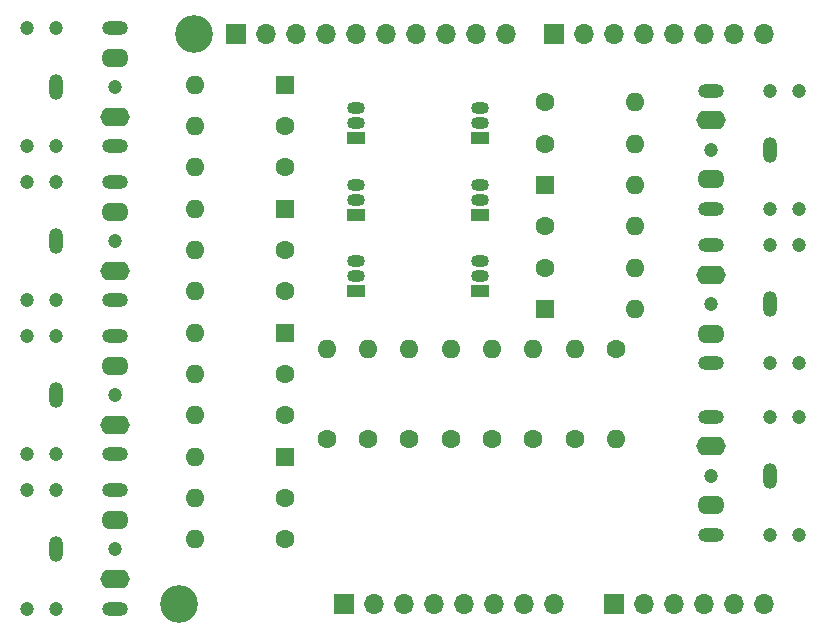
<source format=gbr>
%TF.GenerationSoftware,KiCad,Pcbnew,8.0.5*%
%TF.CreationDate,2024-10-10T19:48:49+01:00*%
%TF.ProjectId,ArduinoDrumTriggerMIDI,41726475-696e-46f4-9472-756d54726967,rev?*%
%TF.SameCoordinates,Original*%
%TF.FileFunction,Soldermask,Top*%
%TF.FilePolarity,Negative*%
%FSLAX46Y46*%
G04 Gerber Fmt 4.6, Leading zero omitted, Abs format (unit mm)*
G04 Created by KiCad (PCBNEW 8.0.5) date 2024-10-10 19:48:49*
%MOMM*%
%LPD*%
G01*
G04 APERTURE LIST*
%ADD10C,1.600000*%
%ADD11O,1.600000X1.600000*%
%ADD12C,1.200000*%
%ADD13O,2.200000X1.200000*%
%ADD14O,2.300000X1.600000*%
%ADD15O,1.200000X2.200000*%
%ADD16O,2.500000X1.600000*%
%ADD17R,1.500000X1.050000*%
%ADD18O,1.500000X1.050000*%
%ADD19R,1.600000X1.600000*%
%ADD20R,1.700000X1.700000*%
%ADD21O,1.700000X1.700000*%
%ADD22C,3.200000*%
G04 APERTURE END LIST*
D10*
%TO.C,R8*%
X147500000Y-83500000D03*
D11*
X147500000Y-75880000D03*
%TD*%
D10*
%TO.C,R7*%
X151000000Y-75900000D03*
D11*
X151000000Y-83520000D03*
%TD*%
D12*
%TO.C,J11*%
X164000000Y-91600000D03*
X166500000Y-91600000D03*
X159000000Y-86600000D03*
X164000000Y-81600000D03*
X166500000Y-81600000D03*
D13*
X159000000Y-91600000D03*
D14*
X159000000Y-89100000D03*
D15*
X164000000Y-86600000D03*
D13*
X159000000Y-81600000D03*
D16*
X159000000Y-84100000D03*
%TD*%
D11*
%TO.C,R21*%
X144000000Y-75880000D03*
D10*
X144000000Y-83500000D03*
%TD*%
%TO.C,R20*%
X145000000Y-69000000D03*
D11*
X152620000Y-69000000D03*
%TD*%
D10*
%TO.C,R19*%
X145000000Y-65500000D03*
D11*
X152620000Y-65500000D03*
%TD*%
%TO.C,R18*%
X140500000Y-75880000D03*
D10*
X140500000Y-83500000D03*
%TD*%
%TO.C,R17*%
X145000000Y-58500000D03*
D11*
X152620000Y-58500000D03*
%TD*%
D10*
%TO.C,R16*%
X145000000Y-55000000D03*
D11*
X152620000Y-55000000D03*
%TD*%
D10*
%TO.C,R15*%
X137000000Y-83500000D03*
D11*
X137000000Y-75880000D03*
%TD*%
D10*
%TO.C,R14*%
X123000000Y-88500000D03*
D11*
X115380000Y-88500000D03*
%TD*%
D10*
%TO.C,R13*%
X123000000Y-92000000D03*
D11*
X115380000Y-92000000D03*
%TD*%
D10*
%TO.C,R12*%
X126500000Y-83500000D03*
D11*
X126500000Y-75880000D03*
%TD*%
D10*
%TO.C,R11*%
X123000000Y-78000000D03*
D11*
X115380000Y-78000000D03*
%TD*%
D10*
%TO.C,R10*%
X123000000Y-81500000D03*
D11*
X115380000Y-81500000D03*
%TD*%
D10*
%TO.C,R6*%
X130000000Y-83500000D03*
D11*
X130000000Y-75880000D03*
%TD*%
D10*
%TO.C,R5*%
X123000000Y-67500000D03*
D11*
X115380000Y-67500000D03*
%TD*%
D10*
%TO.C,R4*%
X123000000Y-71000000D03*
D11*
X115380000Y-71000000D03*
%TD*%
D10*
%TO.C,R3*%
X133500000Y-83500000D03*
D11*
X133500000Y-75880000D03*
%TD*%
D10*
%TO.C,R2*%
X123000000Y-57000000D03*
D11*
X115380000Y-57000000D03*
%TD*%
D10*
%TO.C,R1*%
X123000000Y-60500000D03*
D11*
X115380000Y-60500000D03*
%TD*%
D17*
%TO.C,Q7*%
X139500000Y-64500000D03*
D18*
X139500000Y-63230000D03*
X139500000Y-61960000D03*
%TD*%
D17*
%TO.C,Q6*%
X139500000Y-58000000D03*
D18*
X139500000Y-56730000D03*
X139500000Y-55460000D03*
%TD*%
D17*
%TO.C,Q5*%
X139500000Y-71000000D03*
D18*
X139500000Y-69730000D03*
X139500000Y-68460000D03*
%TD*%
D17*
%TO.C,Q4*%
X129000000Y-71000000D03*
D18*
X129000000Y-69730000D03*
X129000000Y-68460000D03*
%TD*%
D17*
%TO.C,Q3*%
X129000000Y-64500000D03*
D18*
X129000000Y-63230000D03*
X129000000Y-61960000D03*
%TD*%
D17*
%TO.C,Q2*%
X129000000Y-58000000D03*
D18*
X129000000Y-56730000D03*
X129000000Y-55460000D03*
%TD*%
D19*
%TO.C,D6*%
X145000000Y-72500000D03*
D11*
X152620000Y-72500000D03*
%TD*%
D19*
%TO.C,D5*%
X145000000Y-62000000D03*
D11*
X152620000Y-62000000D03*
%TD*%
D19*
%TO.C,D4*%
X123000000Y-85000000D03*
D11*
X115380000Y-85000000D03*
%TD*%
D19*
%TO.C,D3*%
X123000000Y-74500000D03*
D11*
X115380000Y-74500000D03*
%TD*%
D19*
%TO.C,D2*%
X123000000Y-64000000D03*
D11*
X115380000Y-64000000D03*
%TD*%
D19*
%TO.C,D1*%
X123000000Y-53500000D03*
D11*
X115380000Y-53500000D03*
%TD*%
D20*
%TO.C,J1*%
X127940000Y-97460000D03*
D21*
X130480000Y-97460000D03*
X133020000Y-97460000D03*
X135560000Y-97460000D03*
X138100000Y-97460000D03*
X140640000Y-97460000D03*
X143180000Y-97460000D03*
X145720000Y-97460000D03*
%TD*%
D20*
%TO.C,J3*%
X150800000Y-97460000D03*
D21*
X153340000Y-97460000D03*
X155880000Y-97460000D03*
X158420000Y-97460000D03*
X160960000Y-97460000D03*
X163500000Y-97460000D03*
%TD*%
D20*
%TO.C,J2*%
X118796000Y-49200000D03*
D21*
X121336000Y-49200000D03*
X123876000Y-49200000D03*
X126416000Y-49200000D03*
X128956000Y-49200000D03*
X131496000Y-49200000D03*
X134036000Y-49200000D03*
X136576000Y-49200000D03*
X139116000Y-49200000D03*
X141656000Y-49200000D03*
%TD*%
D20*
%TO.C,J4*%
X145720000Y-49200000D03*
D21*
X148260000Y-49200000D03*
X150800000Y-49200000D03*
X153340000Y-49200000D03*
X155880000Y-49200000D03*
X158420000Y-49200000D03*
X160960000Y-49200000D03*
X163500000Y-49200000D03*
%TD*%
D12*
%TO.C,J10*%
X164000000Y-64000000D03*
X166500000Y-64000000D03*
X159000000Y-59000000D03*
X164000000Y-54000000D03*
X166500000Y-54000000D03*
D13*
X159000000Y-64000000D03*
D14*
X159000000Y-61500000D03*
D15*
X164000000Y-59000000D03*
D13*
X159000000Y-54000000D03*
D16*
X159000000Y-56500000D03*
%TD*%
D12*
%TO.C,J8*%
X103600000Y-87850000D03*
X101100000Y-87850000D03*
X108600000Y-92850000D03*
X103600000Y-97850000D03*
X101100000Y-97850000D03*
D13*
X108600000Y-87850000D03*
D14*
X108600000Y-90350000D03*
D15*
X103600000Y-92850000D03*
D13*
X108600000Y-97850000D03*
D16*
X108600000Y-95350000D03*
%TD*%
D12*
%TO.C,J9*%
X164000000Y-77100000D03*
X166500000Y-77100000D03*
X159000000Y-72100000D03*
X164000000Y-67100000D03*
X166500000Y-67100000D03*
D13*
X159000000Y-77100000D03*
D14*
X159000000Y-74600000D03*
D15*
X164000000Y-72100000D03*
D13*
X159000000Y-67100000D03*
D16*
X159000000Y-69600000D03*
%TD*%
D22*
%TO.C,MH1*%
X115240000Y-49200000D03*
%TD*%
D12*
%TO.C,J6*%
X103600000Y-61750000D03*
X101100000Y-61750000D03*
X108600000Y-66750000D03*
X103600000Y-71750000D03*
X101100000Y-71750000D03*
D13*
X108600000Y-61750000D03*
D14*
X108600000Y-64250000D03*
D15*
X103600000Y-66750000D03*
D13*
X108600000Y-71750000D03*
D16*
X108600000Y-69250000D03*
%TD*%
D12*
%TO.C,J5*%
X103600000Y-48700000D03*
X101100000Y-48700000D03*
X108600000Y-53700000D03*
X103600000Y-58700000D03*
X101100000Y-58700000D03*
D13*
X108600000Y-48700000D03*
D14*
X108600000Y-51200000D03*
D15*
X103600000Y-53700000D03*
D13*
X108600000Y-58700000D03*
D16*
X108600000Y-56200000D03*
%TD*%
D22*
%TO.C,MH2*%
X113970000Y-97460000D03*
%TD*%
D12*
%TO.C,J7*%
X103600000Y-74800000D03*
X101100000Y-74800000D03*
X108600000Y-79800000D03*
X103600000Y-84800000D03*
X101100000Y-84800000D03*
D13*
X108600000Y-74800000D03*
D14*
X108600000Y-77300000D03*
D15*
X103600000Y-79800000D03*
D13*
X108600000Y-84800000D03*
D16*
X108600000Y-82300000D03*
%TD*%
M02*

</source>
